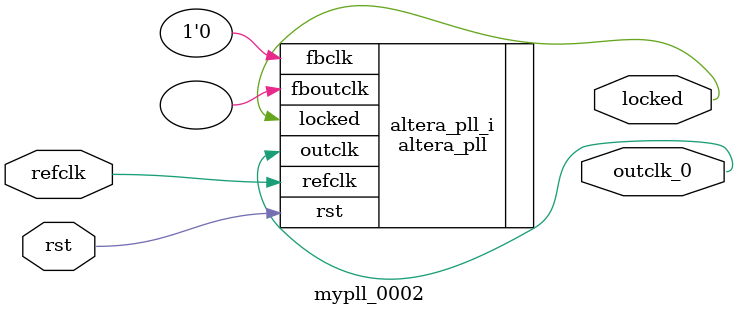
<source format=v>
`timescale 1ns/10ps
module  mypll_0002(

	// interface 'refclk'
	input wire refclk,

	// interface 'reset'
	input wire rst,

	// interface 'outclk0'
	output wire outclk_0,

	// interface 'locked'
	output wire locked
);

	altera_pll #(
		.fractional_vco_multiplier("false"),
		.reference_clock_frequency("50.0 MHz"),
		.operation_mode("direct"),
		.number_of_clocks(1),
		.output_clock_frequency0("250.000000 MHz"),
		.phase_shift0("0 ps"),
		.duty_cycle0(50),
		.output_clock_frequency1("0 MHz"),
		.phase_shift1("0 ps"),
		.duty_cycle1(50),
		.output_clock_frequency2("0 MHz"),
		.phase_shift2("0 ps"),
		.duty_cycle2(50),
		.output_clock_frequency3("0 MHz"),
		.phase_shift3("0 ps"),
		.duty_cycle3(50),
		.output_clock_frequency4("0 MHz"),
		.phase_shift4("0 ps"),
		.duty_cycle4(50),
		.output_clock_frequency5("0 MHz"),
		.phase_shift5("0 ps"),
		.duty_cycle5(50),
		.output_clock_frequency6("0 MHz"),
		.phase_shift6("0 ps"),
		.duty_cycle6(50),
		.output_clock_frequency7("0 MHz"),
		.phase_shift7("0 ps"),
		.duty_cycle7(50),
		.output_clock_frequency8("0 MHz"),
		.phase_shift8("0 ps"),
		.duty_cycle8(50),
		.output_clock_frequency9("0 MHz"),
		.phase_shift9("0 ps"),
		.duty_cycle9(50),
		.output_clock_frequency10("0 MHz"),
		.phase_shift10("0 ps"),
		.duty_cycle10(50),
		.output_clock_frequency11("0 MHz"),
		.phase_shift11("0 ps"),
		.duty_cycle11(50),
		.output_clock_frequency12("0 MHz"),
		.phase_shift12("0 ps"),
		.duty_cycle12(50),
		.output_clock_frequency13("0 MHz"),
		.phase_shift13("0 ps"),
		.duty_cycle13(50),
		.output_clock_frequency14("0 MHz"),
		.phase_shift14("0 ps"),
		.duty_cycle14(50),
		.output_clock_frequency15("0 MHz"),
		.phase_shift15("0 ps"),
		.duty_cycle15(50),
		.output_clock_frequency16("0 MHz"),
		.phase_shift16("0 ps"),
		.duty_cycle16(50),
		.output_clock_frequency17("0 MHz"),
		.phase_shift17("0 ps"),
		.duty_cycle17(50),
		.pll_type("General"),
		.pll_subtype("General")
	) altera_pll_i (
		.rst	(rst),
		.outclk	({outclk_0}),
		.locked	(locked),
		.fboutclk	( ),
		.fbclk	(1'b0),
		.refclk	(refclk)
	);
endmodule


</source>
